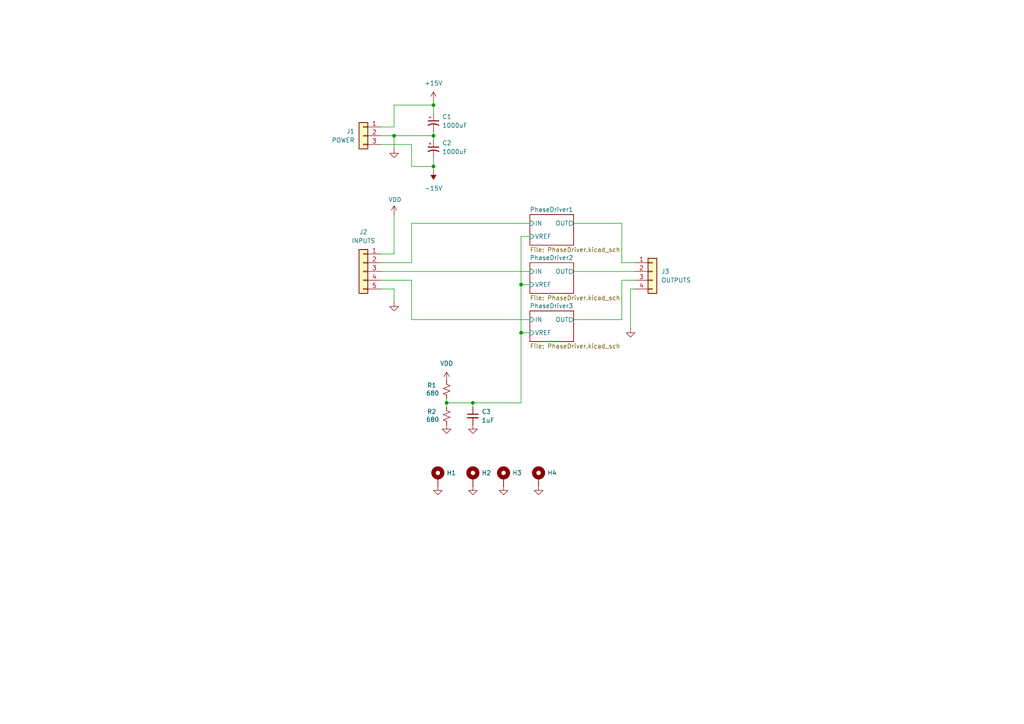
<source format=kicad_sch>
(kicad_sch (version 20250114) (generator "eeschema") (generator_version "9.0")
  (paper "A4")
  (lib_symbols
    (symbol "Connector_Generic:Conn_01x03" (pin_names (offset 1.016) (hide yes))
      (property "Reference" "J" (at 0 5.08 0))
      (property "Value" "Conn_01x03" (at 0 -5.08 0))
      (symbol "Conn_01x03_1_1"
        (rectangle (start -1.27 3.81) (end 1.27 -3.81) (stroke (width 0.254)) (fill (type background)))
        (rectangle (start -1.27 2.667) (end 0 2.413) (stroke (width 0.1524)))
        (rectangle (start -1.27 0.127) (end 0 -0.127) (stroke (width 0.1524)))
        (rectangle (start -1.27 -2.413) (end 0 -2.667) (stroke (width 0.1524)))
        (pin passive line (at -5.08 2.54 0) (length 3.81) (name "Pin_1") (number "1"))
        (pin passive line (at -5.08 0 0) (length 3.81) (name "Pin_2") (number "2"))
        (pin passive line (at -5.08 -2.54 0) (length 3.81) (name "Pin_3") (number "3"))
      )
    )
    (symbol "Connector_Generic:Conn_01x04" (pin_names (offset 1.016) (hide yes))
      (property "Reference" "J" (at 0 5.08 0))
      (property "Value" "Conn_01x04" (at 0 -7.62 0))
      (symbol "Conn_01x04_1_1"
        (rectangle (start -1.27 3.81) (end 1.27 -6.35) (stroke (width 0.254)) (fill (type background)))
        (rectangle (start -1.27 2.667) (end 0 2.413) (stroke (width 0.1524)))
        (rectangle (start -1.27 0.127) (end 0 -0.127) (stroke (width 0.1524)))
        (rectangle (start -1.27 -2.413) (end 0 -2.667) (stroke (width 0.1524)))
        (rectangle (start -1.27 -4.953) (end 0 -5.207) (stroke (width 0.1524)))
        (pin passive line (at -5.08 2.54 0) (length 3.81) (name "Pin_1") (number "1"))
        (pin passive line (at -5.08 0 0) (length 3.81) (name "Pin_2") (number "2"))
        (pin passive line (at -5.08 -2.54 0) (length 3.81) (name "Pin_3") (number "3"))
        (pin passive line (at -5.08 -5.08 0) (length 3.81) (name "Pin_4") (number "4"))
      )
    )
    (symbol "Connector_Generic:Conn_01x05" (pin_names (offset 1.016) (hide yes))
      (property "Reference" "J" (at 0 7.62 0))
      (property "Value" "Conn_01x05" (at 0 -7.62 0))
      (symbol "Conn_01x05_1_1"
        (rectangle (start -1.27 6.35) (end 1.27 -6.35) (stroke (width 0.254)) (fill (type background)))
        (rectangle (start -1.27 5.207) (end 0 4.953) (stroke (width 0.1524)))
        (rectangle (start -1.27 2.667) (end 0 2.413) (stroke (width 0.1524)))
        (rectangle (start -1.27 0.127) (end 0 -0.127) (stroke (width 0.1524)))
        (rectangle (start -1.27 -2.413) (end 0 -2.667) (stroke (width 0.1524)))
        (rectangle (start -1.27 -4.953) (end 0 -5.207) (stroke (width 0.1524)))
        (pin passive line (at -5.08 5.08 0) (length 3.81) (name "Pin_1") (number "1"))
        (pin passive line (at -5.08 2.54 0) (length 3.81) (name "Pin_2") (number "2"))
        (pin passive line (at -5.08 0 0) (length 3.81) (name "Pin_3") (number "3"))
        (pin passive line (at -5.08 -2.54 0) (length 3.81) (name "Pin_4") (number "4"))
        (pin passive line (at -5.08 -5.08 0) (length 3.81) (name "Pin_5") (number "5"))
      )
    )
    (symbol "Device:C_Polarized_Small_US" (pin_numbers (hide yes)) (pin_names (offset 0.254) (hide yes))
      (property "Reference" "C" (at 0.254 1.778 0))
      (property "Value" "C_Polarized_Small_US" (at 0.254 -2.032 0))
      (symbol "C_Polarized_Small_US_0_1"
        (polyline (pts (xy -1.524 0.508) (xy 1.524 0.508)) (stroke (width 0.3048)))
        (polyline (pts (xy -1.27 1.524) (xy -0.762 1.524)))
        (polyline (pts (xy -1.016 1.27) (xy -1.016 1.778)))
        (arc (start -1.524 -0.762) (mid 0 -0.3734) (end 1.524 -0.762) (stroke (width 0.3048)))
      )
      (symbol "C_Polarized_Small_US_1_1"
        (pin passive line (at 0 2.54 270) (length 2.032) (name "~") (number "1"))
        (pin passive line (at 0 -2.54 90) (length 2.032) (name "~") (number "2"))
      )
    )
    (symbol "Device:C_Small" (pin_numbers (hide yes)) (pin_names (offset 0.254) (hide yes))
      (property "Reference" "C" (at 0.254 1.778 0))
      (property "Value" "C_Small" (at 0.254 -2.032 0))
      (symbol "C_Small_0_1"
        (polyline (pts (xy -1.524 0.508) (xy 1.524 0.508)) (stroke (width 0.3048)))
        (polyline (pts (xy -1.524 -0.508) (xy 1.524 -0.508)) (stroke (width 0.3302)))
      )
      (symbol "C_Small_1_1"
        (pin passive line (at 0 2.54 270) (length 2.032) (name "~") (number "1"))
        (pin passive line (at 0 -2.54 90) (length 2.032) (name "~") (number "2"))
      )
    )
    (symbol "Device:R_Small_US" (pin_numbers (hide yes)) (pin_names (offset 0.254) (hide yes))
      (property "Reference" "R" (at 0.762 0.508 0))
      (property "Value" "R_Small_US" (at 0.762 -1.016 0))
      (symbol "R_Small_US_1_1"
        (polyline (pts (xy 0 1.524) (xy 1.016 1.143) (xy 0 0.762) (xy -1.016 0.381) (xy 0 0)))
        (polyline (pts (xy 0 0) (xy 1.016 -0.381) (xy 0 -0.762) (xy -1.016 -1.143) (xy 0 -1.524)))
        (pin passive line (at 0 2.54 270) (length 1.016) (name "~") (number "1"))
        (pin passive line (at 0 -2.54 90) (length 1.016) (name "~") (number "2"))
      )
    )
    (symbol "Mechanical:MountingHole_Pad" (pin_numbers (hide yes)) (pin_names (offset 1.016) (hide yes)) (in_bom no)
      (property "Reference" "H" (at 0 6.35 0))
      (property "Value" "MountingHole_Pad" (at 0 4.445 0))
      (symbol "MountingHole_Pad_0_1"
        (circle (center 0 1.27) (radius 1.27) (stroke (width 1.27)))
      )
      (symbol "MountingHole_Pad_1_1"
        (pin input line (at 0 -2.54 90) (length 2.54) (name "1") (number "1"))
      )
    )
    (symbol "power:+15V" (power) (pin_numbers (hide yes)) (pin_names (offset 0) (hide yes))
      (property "Value" "+15V" (at 0 3.556 0))
      (symbol "+15V_0_1"
        (polyline (pts (xy -0.762 1.27) (xy 0 2.54)))
        (polyline (pts (xy 0 2.54) (xy 0.762 1.27)))
        (polyline (pts (xy 0 0) (xy 0 2.54)))
      )
      (symbol "+15V_1_1"
        (pin power_in line (at 0 0 90) (length 0) (name "~") (number "1"))
      )
    )
    (symbol "power:-15V" (power) (pin_numbers (hide yes)) (pin_names (offset 0) (hide yes))
      (property "Value" "-15V" (at 0 3.556 0))
      (symbol "-15V_0_0"
        (pin power_in line (at 0 0 90) (length 0) (name "~") (number "1"))
      )
      (symbol "-15V_0_1"
        (polyline (pts (xy 0 0) (xy 0 1.27) (xy 0.762 1.27) (xy 0 2.54) (xy -0.762 1.27) (xy 0 1.27)) (fill (type outline)))
      )
    )
    (symbol "power:GND" (power) (pin_numbers (hide yes)) (pin_names (offset 0) (hide yes))
      (property "Value" "GND" (at 0 -3.81 0))
      (symbol "GND_0_1"
        (polyline (pts (xy 0 0) (xy 0 -1.27) (xy 1.27 -1.27) (xy 0 -2.54) (xy -1.27 -1.27) (xy 0 -1.27)))
      )
      (symbol "GND_1_1"
        (pin power_in line (at 0 0 270) (length 0) (name "~") (number "1"))
      )
    )
    (symbol "power:VDD" (power) (pin_numbers (hide yes)) (pin_names (offset 0) (hide yes))
      (property "Value" "VDD" (at 0 3.556 0))
      (symbol "VDD_0_1"
        (polyline (pts (xy -0.762 1.27) (xy 0 2.54)))
        (polyline (pts (xy 0 2.54) (xy 0.762 1.27)))
        (polyline (pts (xy 0 0) (xy 0 2.54)))
      )
      (symbol "VDD_1_1"
        (pin power_in line (at 0 0 90) (length 0) (name "~") (number "1"))
      )
    )
  )
  (junction (at 151.13 82.55))
  (junction (at 151.13 96.52))
  (junction (at 125.73 48.26))
  (junction (at 125.73 39.37))
  (junction (at 114.3 39.37))
  (junction (at 129.54 116.84))
  (junction (at 137.16 116.84))
  (junction (at 125.73 30.48))
  (wire (pts (xy 114.3 39.37) (xy 114.3 43.18)))
  (wire (pts (xy 119.38 48.26) (xy 125.73 48.26)))
  (wire (pts (xy 180.34 64.77) (xy 166.37 64.77)))
  (wire (pts (xy 180.34 81.28) (xy 180.34 92.71)))
  (wire (pts (xy 110.49 83.82) (xy 114.3 83.82)))
  (wire (pts (xy 114.3 62.23) (xy 114.3 73.66)))
  (wire (pts (xy 119.38 41.91) (xy 119.38 48.26)))
  (wire (pts (xy 125.73 38.1) (xy 125.73 39.37)))
  (wire (pts (xy 129.54 116.84) (xy 129.54 118.11)))
  (wire (pts (xy 119.38 76.2) (xy 119.38 64.77)))
  (wire (pts (xy 114.3 83.82) (xy 114.3 87.63)))
  (wire (pts (xy 184.15 83.82) (xy 182.88 83.82)))
  (wire (pts (xy 125.73 39.37) (xy 125.73 40.64)))
  (wire (pts (xy 151.13 82.55) (xy 153.67 82.55)))
  (wire (pts (xy 180.34 92.71) (xy 166.37 92.71)))
  (wire (pts (xy 180.34 81.28) (xy 184.15 81.28)))
  (wire (pts (xy 119.38 64.77) (xy 153.67 64.77)))
  (wire (pts (xy 114.3 39.37) (xy 125.73 39.37)))
  (wire (pts (xy 114.3 36.83) (xy 110.49 36.83)))
  (wire (pts (xy 137.16 116.84) (xy 129.54 116.84)))
  (wire (pts (xy 110.49 81.28) (xy 119.38 81.28)))
  (wire (pts (xy 151.13 116.84) (xy 151.13 96.52)))
  (wire (pts (xy 110.49 73.66) (xy 114.3 73.66)))
  (wire (pts (xy 125.73 33.02) (xy 125.73 30.48)))
  (wire (pts (xy 151.13 68.58) (xy 153.67 68.58)))
  (wire (pts (xy 182.88 83.82) (xy 182.88 95.25)))
  (wire (pts (xy 129.54 115.57) (xy 129.54 116.84)))
  (wire (pts (xy 110.49 39.37) (xy 114.3 39.37)))
  (wire (pts (xy 125.73 48.26) (xy 125.73 49.53)))
  (wire (pts (xy 151.13 96.52) (xy 153.67 96.52)))
  (wire (pts (xy 125.73 30.48) (xy 114.3 30.48)))
  (wire (pts (xy 137.16 116.84) (xy 137.16 118.11)))
  (wire (pts (xy 180.34 76.2) (xy 180.34 64.77)))
  (wire (pts (xy 137.16 116.84) (xy 151.13 116.84)))
  (wire (pts (xy 110.49 78.74) (xy 153.67 78.74)))
  (wire (pts (xy 119.38 81.28) (xy 119.38 92.71)))
  (wire (pts (xy 119.38 92.71) (xy 153.67 92.71)))
  (wire (pts (xy 151.13 96.52) (xy 151.13 82.55)))
  (wire (pts (xy 125.73 29.21) (xy 125.73 30.48)))
  (wire (pts (xy 110.49 76.2) (xy 119.38 76.2)))
  (wire (pts (xy 110.49 41.91) (xy 119.38 41.91)))
  (wire (pts (xy 151.13 82.55) (xy 151.13 68.58)))
  (wire (pts (xy 180.34 76.2) (xy 184.15 76.2)))
  (wire (pts (xy 166.37 78.74) (xy 184.15 78.74)))
  (wire (pts (xy 114.3 30.48) (xy 114.3 36.83)))
  (wire (pts (xy 125.73 48.26) (xy 125.73 45.72)))
  (symbol (lib_id "power:GND") (at 127 140.97 0) (unit 1)
    (property "Reference" "#PWR026" (effects (hide yes)))
    (property "Value" "GND" (effects (hide yes)))
    (property "Description" "Power symbol creates a global label with name \"GND\" , ground" (effects (hide yes)))
  )
  (symbol (lib_id "power:GND") (at 114.3 87.63 0) (unit 1)
    (property "Reference" "#PWR03" (effects (hide yes)))
    (property "Value" "GND" (effects (hide yes)))
    (property "Description" "Power symbol creates a global label with name \"GND\" , ground" (effects (hide yes)))
  )
  (symbol (lib_id "Device:C_Polarized_Small_US") (at 125.73 43.18 0) (unit 1)
    (property "Reference" "C2" (at 128.27 41.4781 0) (effects (justify left)))
    (property "Value" "1000uF" (at 128.27 44.0181 0) (effects (justify left)))
    (property "Footprint" "Passive:CAPAE500P1000X1500" (effects (hide yes)))
    (property "Description" "Polarized capacitor, small US symbol" (effects (hide yes)))
  )
  (symbol (lib_id "Mechanical:MountingHole_Pad") (at 137.16 138.43 0) (unit 1) (in_bom no)
    (property "Reference" "H2" (at 139.7 137.1599 0) (effects (justify left)))
    (property "Value" "MountingHole_Pad" (effects (hide yes)))
    (property "Footprint" "MountingHole:MountingHole_3.2mm_M3_DIN965_Pad" (effects (hide yes)))
    (property "Description" "Mounting Hole with connection" (effects (hide yes)))
  )
  (symbol (lib_id "power:+15V") (at 125.73 29.21 0) (unit 1)
    (property "Reference" "#PWR04" (effects (hide yes)))
    (property "Value" "+15V" (at 125.73 24.13 0))
    (property "Description" "Power symbol creates a global label with name \"+15V\"" (effects (hide yes)))
  )
  (symbol (lib_id "Device:C_Polarized_Small_US") (at 125.73 35.56 0) (unit 1)
    (property "Reference" "C1" (at 128.27 33.8581 0) (effects (justify left)))
    (property "Value" "1000uF" (at 128.27 36.3981 0) (effects (justify left)))
    (property "Footprint" "Passive:CAPAE500P1000X1500" (effects (hide yes)))
    (property "Description" "Polarized capacitor, small US symbol" (effects (hide yes)))
  )
  (symbol (lib_id "Mechanical:MountingHole_Pad") (at 156.21 138.43 0) (unit 1) (in_bom no)
    (property "Reference" "H4" (at 158.75 137.1599 0) (effects (justify left)))
    (property "Value" "MountingHole_Pad" (effects (hide yes)))
    (property "Footprint" "MountingHole:MountingHole_3.2mm_M3_DIN965_Pad" (effects (hide yes)))
    (property "Description" "Mounting Hole with connection" (effects (hide yes)))
  )
  (symbol (lib_id "power:VDD") (at 114.3 62.23 0) (unit 1)
    (property "Reference" "#PWR02" (effects (hide yes)))
    (property "Value" "VDD" (at 114.554 57.912 0))
    (property "Description" "Power symbol creates a global label with name \"VDD\"" (effects (hide yes)))
  )
  (symbol (lib_id "power:GND") (at 129.54 123.19 0) (unit 1)
    (property "Reference" "#PWR07" (effects (hide yes)))
    (property "Value" "GND" (effects (hide yes)))
    (property "Description" "Power symbol creates a global label with name \"GND\" , ground" (effects (hide yes)))
  )
  (symbol (lib_id "power:-15V") (at 125.73 49.53 180) (unit 1)
    (property "Reference" "#PWR05" (effects (hide yes)))
    (property "Value" "-15V" (at 125.73 54.61 0))
    (property "Description" "Power symbol creates a global label with name \"-15V\"" (effects (hide yes)))
  )
  (symbol (lib_id "Connector_Generic:Conn_01x03") (at 105.41 39.37 0) (mirror y) (unit 1)
    (property "Reference" "J1" (at 102.87 38.0999 0) (effects (justify left)))
    (property "Value" "POWER" (at 102.87 40.6399 0) (effects (justify left)))
    (property "Footprint" "Connector_PinHeader_2.54mm:PinHeader_1x03_P2.54mm_Vertical" (effects (hide yes)))
    (property "Description" "Generic connector, single row, 01x03, script generated (kicad-library-utils/schlib/autogen/connector/)" (effects (hide yes)))
  )
  (symbol (lib_id "power:GND") (at 137.16 140.97 0) (unit 1)
    (property "Reference" "#PWR025" (effects (hide yes)))
    (property "Value" "GND" (effects (hide yes)))
    (property "Description" "Power symbol creates a global label with name \"GND\" , ground" (effects (hide yes)))
  )
  (symbol (lib_id "Device:C_Small") (at 137.16 120.65 0) (unit 1)
    (property "Reference" "C3" (at 139.7 119.3862 0) (effects (justify left)))
    (property "Value" "1uF" (at 139.7 121.9262 0) (effects (justify left)))
    (property "Footprint" "Passive:CAPC2012X55" (effects (hide yes)))
    (property "Description" "Unpolarized capacitor, small symbol" (effects (hide yes)))
  )
  (symbol (lib_id "Connector_Generic:Conn_01x05") (at 105.41 78.74 0) (mirror y) (unit 1)
    (property "Reference" "J2" (at 105.41 67.31 0))
    (property "Value" "INPUTS" (at 105.41 69.85 0))
    (property "Footprint" "Connector_PinHeader_2.54mm:PinHeader_1x05_P2.54mm_Vertical" (effects (hide yes)))
    (property "Description" "Generic connector, single row, 01x05, script generated (kicad-library-utils/schlib/autogen/connector/)" (effects (hide yes)))
  )
  (symbol (lib_id "power:GND") (at 114.3 43.18 0) (unit 1)
    (property "Reference" "#PWR01" (effects (hide yes)))
    (property "Value" "GND" (effects (hide yes)))
    (property "Description" "Power symbol creates a global label with name \"GND\" , ground" (effects (hide yes)))
  )
  (symbol (lib_id "power:GND") (at 156.21 140.97 0) (unit 1)
    (property "Reference" "#PWR028" (effects (hide yes)))
    (property "Value" "GND" (effects (hide yes)))
    (property "Description" "Power symbol creates a global label with name \"GND\" , ground" (effects (hide yes)))
  )
  (symbol (lib_id "Mechanical:MountingHole_Pad") (at 127 138.43 0) (unit 1) (in_bom no)
    (property "Reference" "H1" (at 129.54 137.1599 0) (effects (justify left)))
    (property "Value" "MountingHole_Pad" (effects (hide yes)))
    (property "Footprint" "MountingHole:MountingHole_3.2mm_M3_DIN965_Pad" (effects (hide yes)))
    (property "Description" "Mounting Hole with connection" (effects (hide yes)))
  )
  (symbol (lib_id "Connector_Generic:Conn_01x04") (at 189.23 78.74 0) (unit 1)
    (property "Reference" "J3" (at 191.77 78.7399 0) (effects (justify left)))
    (property "Value" "OUTPUTS" (at 191.77 81.2799 0) (effects (justify left)))
    (property "Footprint" "Connector_PinHeader_2.54mm:PinHeader_1x04_P2.54mm_Vertical" (effects (hide yes)))
    (property "Description" "Generic connector, single row, 01x04, script generated (kicad-library-utils/schlib/autogen/connector/)" (effects (hide yes)))
  )
  (symbol (lib_id "Device:R_Small_US") (at 129.54 113.03 180) (unit 1)
    (property "Reference" "R1" (at 125.222 111.76 0))
    (property "Value" "680" (at 125.476 114.046 0))
    (property "Footprint" "Passive:RESC1608X55" (effects (hide yes)))
    (property "Description" "Resistor, small US symbol" (effects (hide yes)))
  )
  (symbol (lib_id "power:GND") (at 182.88 95.25 0) (unit 1)
    (property "Reference" "#PWR09" (effects (hide yes)))
    (property "Value" "GND" (effects (hide yes)))
    (property "Description" "Power symbol creates a global label with name \"GND\" , ground" (effects (hide yes)))
  )
  (symbol (lib_id "power:VDD") (at 129.54 110.49 0) (unit 1)
    (property "Reference" "#PWR06" (effects (hide yes)))
    (property "Value" "VDD" (at 129.54 105.41 0))
    (property "Description" "Power symbol creates a global label with name \"VDD\"" (effects (hide yes)))
  )
  (symbol (lib_id "Device:R_Small_US") (at 129.54 120.65 180) (unit 1)
    (property "Reference" "R2" (at 125.222 119.38 0))
    (property "Value" "680" (at 125.476 121.666 0))
    (property "Footprint" "Passive:RESC1608X55" (effects (hide yes)))
    (property "Description" "Resistor, small US symbol" (effects (hide yes)))
  )
  (symbol (lib_id "Mechanical:MountingHole_Pad") (at 146.05 138.43 0) (unit 1) (in_bom no)
    (property "Reference" "H3" (at 148.59 137.1599 0) (effects (justify left)))
    (property "Value" "MountingHole_Pad" (effects (hide yes)))
    (property "Footprint" "MountingHole:MountingHole_3.2mm_M3_DIN965_Pad" (effects (hide yes)))
    (property "Description" "Mounting Hole with connection" (effects (hide yes)))
  )
  (symbol (lib_id "power:GND") (at 137.16 123.19 0) (unit 1)
    (property "Reference" "#PWR08" (effects (hide yes)))
    (property "Value" "GND" (effects (hide yes)))
    (property "Description" "Power symbol creates a global label with name \"GND\" , ground" (effects (hide yes)))
  )
  (symbol (lib_id "power:GND") (at 146.05 140.97 0) (unit 1)
    (property "Reference" "#PWR027" (effects (hide yes)))
    (property "Value" "GND" (effects (hide yes)))
    (property "Description" "Power symbol creates a global label with name \"GND\" , ground" (effects (hide yes)))
  )
  (sheet (at 153.67 90.17) (size 12.7 8.89) (stroke (width 0.1524))
    (property "Sheetname" "PhaseDriver3" (at 153.67 89.4584 0) (effects (justify left bottom)))
    (property "Sheetfile" "PhaseDriver.kicad_sch" (at 153.67 99.6446 0) (effects (justify left top)))
    (pin "IN" input (at 153.67 92.71 180))
    (pin "OUT" output (at 166.37 92.71 0))
    (pin "VREF" input (at 153.67 96.52 180))
  )
  (sheet (at 153.67 62.23) (size 12.7 8.89) (stroke (width 0.1524))
    (property "Sheetname" "PhaseDriver1" (at 153.67 61.5184 0) (effects (justify left bottom)))
    (property "Sheetfile" "PhaseDriver.kicad_sch" (at 153.67 71.7046 0) (effects (justify left top)))
    (pin "IN" input (at 153.67 64.77 180))
    (pin "OUT" output (at 166.37 64.77 0))
    (pin "VREF" input (at 153.67 68.58 180))
  )
  (sheet (at 153.67 76.2) (size 12.7 8.89) (stroke (width 0.1524))
    (property "Sheetname" "PhaseDriver2" (at 153.67 75.4884 0) (effects (justify left bottom)))
    (property "Sheetfile" "PhaseDriver.kicad_sch" (at 153.67 85.6746 0) (effects (justify left top)))
    (pin "IN" input (at 153.67 78.74 180))
    (pin "OUT" output (at 166.37 78.74 0))
    (pin "VREF" input (at 153.67 82.55 180))
  )
)
</source>
